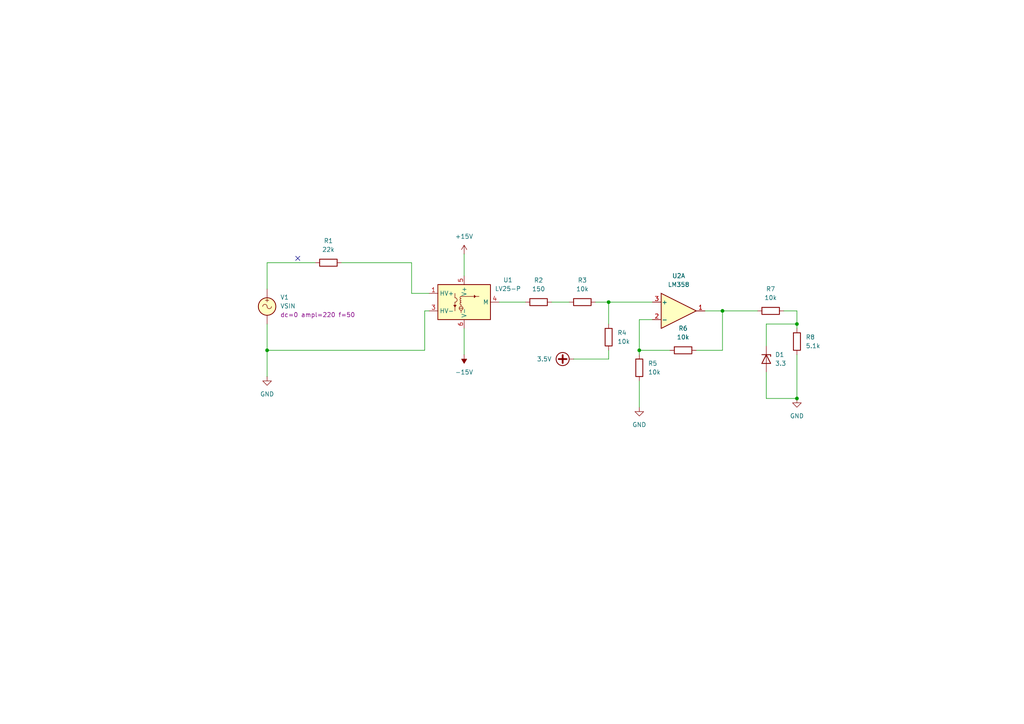
<source format=kicad_sch>
(kicad_sch (version 20250114) (generator "eeschema") (generator_version "9.0")
  (paper "A4")
  (title_block (title "Per-phase Voltage Sensing and Level Shifting") (date "2025-08-22") (company "Nelson Mandela University"))
  (lib_symbols
    (symbol "Amplifier_Operational:LM358" (pin_names (offset 0.127))
      (property "Reference" "U" (at 0 5.08 0))
      (property "Value" "LM358" (at 0 -5.08 0))
      (symbol "LM358_1_1"
        (polyline (pts (xy -5.08 5.08) (xy 5.08 0) (xy -5.08 -5.08) (xy -5.08 5.08)) (stroke (width 0.254)) (fill (type background)))
        (pin input line (at -7.62 2.54 0) (length 2.54) (name "+") (number "3"))
        (pin input line (at -7.62 -2.54 0) (length 2.54) (name "-") (number "2"))
        (pin output line (at 7.62 0 180) (length 2.54) (name "~") (number "1"))
      )
      (symbol "LM358_2_1"
        (polyline (pts (xy -5.08 5.08) (xy 5.08 0) (xy -5.08 -5.08) (xy -5.08 5.08)) (stroke (width 0.254)) (fill (type background)))
        (pin input line (at -7.62 2.54 0) (length 2.54) (name "+") (number "5"))
        (pin input line (at -7.62 -2.54 0) (length 2.54) (name "-") (number "6"))
        (pin output line (at 7.62 0 180) (length 2.54) (name "~") (number "7"))
      )
      (symbol "LM358_3_1"
        (pin power_in line (at -2.54 7.62 270) (length 3.81) (name "V+") (number "8"))
        (pin power_in line (at -2.54 -7.62 90) (length 3.81) (name "V-") (number "4"))
      )
    )
    (symbol "Device:R" (pin_numbers (hide yes)) (pin_names (offset 0))
      (property "Reference" "R" (at 2.032 0 90))
      (property "Value" "R" (at 0 0 90))
      (symbol "R_0_1"
        (rectangle (start -1.016 -2.54) (end 1.016 2.54) (stroke (width 0.254)))
      )
      (symbol "R_1_1"
        (pin passive line (at 0 3.81 270) (length 1.27) (name "~") (number "1"))
        (pin passive line (at 0 -3.81 90) (length 1.27) (name "~") (number "2"))
      )
    )
    (symbol "Diode:PESD5V0S1UL" (pin_numbers (hide yes)) (pin_names (hide yes))
      (property "Reference" "D" (at 0 2.54 0))
      (property "Value" "PESD5V0S1UL" (at 0 -2.54 0))
      (symbol "PESD5V0S1UL_0_1"
        (polyline (pts (xy -1.27 -1.27) (xy -1.27 1.27) (xy -0.762 1.27)) (stroke (width 0.254)))
        (polyline (pts (xy 1.27 0) (xy -1.27 0)))
        (polyline (pts (xy 1.27 -1.27) (xy 1.27 1.27) (xy -1.27 0) (xy 1.27 -1.27)) (stroke (width 0.254)))
      )
      (symbol "PESD5V0S1UL_1_1"
        (pin passive line (at -3.81 0 0) (length 2.54) (name "K") (number "1"))
        (pin passive line (at 3.81 0 180) (length 2.54) (name "A") (number "2"))
      )
    )
    (symbol "Sensor_Voltage:LV25-P"
      (property "Reference" "U" (at -6.35 6.35 0))
      (property "Value" "LV25-P" (at 5.08 6.35 0))
      (symbol "LV25-P_0_1"
        (polyline (pts (xy -2.921 -0.889) (xy -2.286 -0.889) (xy -2.667 -1.397) (xy -3.048 -0.889)) (fill (type outline)))
        (arc (start -2.667 1.27) (mid -2.0347 0.635) (end -2.667 0))
        (polyline (pts (xy -2.667 2.54) (xy -2.667 1.27)))
        (polyline (pts (xy -2.667 0) (xy -2.667 -2.54)))
        (polyline (pts (xy -1.397 -1.778) (xy -0.381 -1.778)))
        (polyline (pts (xy -0.889 1.651) (xy 4.318 1.651)))
        (polyline (pts (xy -0.889 -1.143) (xy -0.889 -0.762)))
        (circle (center -0.889 -1.778) (radius 0.5588))
        (polyline (pts (xy -0.889 -2.413) (xy -0.889 -3.048)))
        (arc (start -0.889 -0.127) (mid -1.1419 0.127) (end -0.889 0.381))
        (arc (start -0.889 1.016) (mid -1.1941 1.3335) (end -0.889 1.651))
        (arc (start -0.889 0.381) (mid -1.1941 0.6985) (end -0.889 1.016))
        (arc (start -0.889 -0.762) (mid -1.1941 -0.4445) (end -0.889 -0.127))
        (polyline (pts (xy 3.302 1.651) (xy 2.921 2.032) (xy 2.921 1.27) (xy 3.302 1.651)) (fill (type outline)))
        (rectangle (start 7.62 -5.08) (end -7.62 5.08) (stroke (width 0.254)) (fill (type background)))
      )
      (symbol "LV25-P_1_1"
        (pin input line (at -10.16 2.54 0) (length 2.54) (name "HV+") (number "1"))
        (pin input line (at -10.16 -2.54 0) (length 2.54) (name "HV-") (number "3"))
        (pin power_in line (at 0 7.62 270) (length 2.54) (name "V+") (number "5"))
        (pin power_in line (at 0 -7.62 90) (length 2.54) (name "V-") (number "6"))
        (pin output line (at 10.16 0 180) (length 2.54) (name "M") (number "4"))
      )
    )
    (symbol "Simulation_SPICE:VSIN" (pin_numbers (hide yes)) (pin_names (offset 0.0254))
      (property "Reference" "V" (at 2.54 2.54 0))
      (property "Value" "VSIN" (at 2.54 0 0))
      (property "Sim.Params" "dc=0 ampl=1 f=1k ac=1" (at 2.54 -2.54 0))
      (symbol "VSIN_0_0"
        (arc (start -1.27 0) (mid -0.635 0.6323) (end 0 0))
        (arc (start 1.27 0) (mid 0.635 -0.6323) (end 0 0))
        (text "+" (at 0 1.905 0) (effects (font (size 1.27 1.27))))
      )
      (symbol "VSIN_0_1"
        (circle (center 0 0) (radius 2.54) (stroke (width 0.254)) (fill (type background)))
      )
      (symbol "VSIN_1_1"
        (pin passive line (at 0 5.08 270) (length 2.54) (name "~") (number "1"))
        (pin passive line (at 0 -5.08 90) (length 2.54) (name "~") (number "2"))
      )
    )
    (symbol "power:+15V" (power) (pin_numbers (hide yes)) (pin_names (offset 0) (hide yes))
      (property "Value" "+15V" (at 0 3.556 0))
      (symbol "+15V_0_1"
        (polyline (pts (xy -0.762 1.27) (xy 0 2.54)))
        (polyline (pts (xy 0 2.54) (xy 0.762 1.27)))
        (polyline (pts (xy 0 0) (xy 0 2.54)))
      )
      (symbol "+15V_1_1"
        (pin power_in line (at 0 0 90) (length 0) (name "~") (number "1"))
      )
    )
    (symbol "power:+VDC" (power) (pin_numbers (hide yes)) (pin_names (offset 0) (hide yes))
      (property "Value" "+VDC" (at 0 6.35 0))
      (symbol "+VDC_0_1"
        (polyline (pts (xy -1.143 3.175) (xy 1.143 3.175)) (stroke (width 0.508)))
        (circle (center 0 3.175) (radius 1.905) (stroke (width 0.254)))
        (polyline (pts (xy 0 2.032) (xy 0 4.318)) (stroke (width 0.508)))
        (polyline (pts (xy 0 0) (xy 0 1.27)))
      )
      (symbol "+VDC_1_1"
        (pin power_in line (at 0 0 90) (length 0) (name "~") (number "1"))
      )
    )
    (symbol "power:-15V" (power) (pin_numbers (hide yes)) (pin_names (offset 0) (hide yes))
      (property "Value" "-15V" (at 0 3.556 0))
      (symbol "-15V_0_0"
        (pin power_in line (at 0 0 90) (length 0) (name "~") (number "1"))
      )
      (symbol "-15V_0_1"
        (polyline (pts (xy 0 0) (xy 0 1.27) (xy 0.762 1.27) (xy 0 2.54) (xy -0.762 1.27) (xy 0 1.27)) (fill (type outline)))
      )
    )
    (symbol "power:GND" (power) (pin_numbers (hide yes)) (pin_names (offset 0) (hide yes))
      (property "Value" "GND" (at 0 -3.81 0))
      (symbol "GND_0_1"
        (polyline (pts (xy 0 0) (xy 0 -1.27) (xy 1.27 -1.27) (xy 0 -2.54) (xy -1.27 -1.27) (xy 0 -1.27)))
      )
      (symbol "GND_1_1"
        (pin power_in line (at 0 0 270) (length 0) (name "~") (number "1"))
      )
    )
  )
  (junction (at 176.53 87.63))
  (junction (at 231.14 115.57))
  (junction (at 185.42 101.6))
  (junction (at 77.47 101.6))
  (junction (at 231.14 93.98))
  (junction (at 209.55 90.17))
  (no_connect (at 86.36 74.93))
  (wire (pts (xy 209.55 101.6) (xy 209.55 90.17)))
  (wire (pts (xy 176.53 93.98) (xy 176.53 87.63)))
  (wire (pts (xy 231.14 102.87) (xy 231.14 115.57)))
  (wire (pts (xy 176.53 101.6) (xy 176.53 104.14)))
  (wire (pts (xy 144.78 87.63) (xy 152.4 87.63)))
  (wire (pts (xy 123.19 101.6) (xy 77.47 101.6)))
  (wire (pts (xy 160.02 87.63) (xy 165.1 87.63)))
  (wire (pts (xy 222.25 93.98) (xy 231.14 93.98)))
  (wire (pts (xy 119.38 85.09) (xy 124.46 85.09)))
  (wire (pts (xy 209.55 90.17) (xy 219.71 90.17)))
  (wire (pts (xy 185.42 92.71) (xy 185.42 101.6)))
  (wire (pts (xy 77.47 93.98) (xy 77.47 101.6)))
  (wire (pts (xy 204.47 90.17) (xy 209.55 90.17)))
  (wire (pts (xy 189.23 92.71) (xy 185.42 92.71)))
  (wire (pts (xy 119.38 76.2) (xy 119.38 85.09)))
  (wire (pts (xy 222.25 107.95) (xy 222.25 115.57)))
  (wire (pts (xy 99.06 76.2) (xy 119.38 76.2)))
  (wire (pts (xy 185.42 102.87) (xy 185.42 101.6)))
  (wire (pts (xy 134.62 73.66) (xy 134.62 80.01)))
  (wire (pts (xy 231.14 95.25) (xy 231.14 93.98)))
  (wire (pts (xy 185.42 110.49) (xy 185.42 118.11)))
  (wire (pts (xy 134.62 95.25) (xy 134.62 102.87)))
  (wire (pts (xy 123.19 90.17) (xy 124.46 90.17)))
  (wire (pts (xy 222.25 115.57) (xy 231.14 115.57)))
  (wire (pts (xy 201.93 101.6) (xy 209.55 101.6)))
  (wire (pts (xy 77.47 76.2) (xy 91.44 76.2)))
  (wire (pts (xy 185.42 101.6) (xy 194.31 101.6)))
  (wire (pts (xy 231.14 93.98) (xy 231.14 90.17)))
  (wire (pts (xy 123.19 101.6) (xy 123.19 90.17)))
  (wire (pts (xy 77.47 83.82) (xy 77.47 76.2)))
  (wire (pts (xy 166.37 104.14) (xy 176.53 104.14)))
  (wire (pts (xy 231.14 90.17) (xy 227.33 90.17)))
  (wire (pts (xy 176.53 87.63) (xy 189.23 87.63)))
  (wire (pts (xy 176.53 87.63) (xy 172.72 87.63)))
  (wire (pts (xy 77.47 101.6) (xy 77.47 109.22)))
  (wire (pts (xy 222.25 100.33) (xy 222.25 93.98)))
  (symbol (lib_id "Diode:PESD5V0S1UL") (at 222.25 104.14 270) (unit 1)
    (property "Reference" "D1" (at 224.79 102.8699 90) (effects (justify left)))
    (property "Value" "3.3" (at 224.79 105.4099 90) (effects (justify left)))
    (property "Footprint" "Diode_SMD:D_SOD-882" (effects (hide yes)))
    (property "Datasheet" "https://assets.nexperia.com/documents/data-sheet/PESD5V0S1UL.pdf" (effects (hide yes)))
    (property "Description" "Unidirectional ESD protection diode, 5V, SOD-882" (effects (hide yes)))
  )
  (symbol (lib_id "Device:R") (at 176.53 97.79 0) (unit 1)
    (property "Reference" "R4" (at 179.07 96.5199 0) (effects (justify left)))
    (property "Value" "10k" (at 179.07 99.0599 0) (effects (justify left)))
    (property "Description" "Resistor" (effects (hide yes)))
  )
  (symbol (lib_id "Device:R") (at 168.91 87.63 90) (unit 1)
    (property "Reference" "R3" (at 168.91 81.28 90))
    (property "Value" "10k" (at 168.91 83.82 90))
    (property "Description" "Resistor" (effects (hide yes)))
  )
  (symbol (lib_id "power:+VDC") (at 166.37 104.14 90) (unit 1)
    (property "Reference" "#PWR05" (effects (hide yes)))
    (property "Value" "3.5V" (at 160.02 104.1399 90) (effects (justify left)))
    (property "Description" "Power symbol creates a global label with name \"+VDC\"" (effects (hide yes)))
  )
  (symbol (lib_id "Device:R") (at 95.25 76.2 90) (unit 1)
    (property "Reference" "R1" (at 95.25 69.85 90))
    (property "Value" "22k" (at 95.25 72.39 90))
    (property "Description" "Resistor" (effects (hide yes)))
  )
  (symbol (lib_id "Device:R") (at 223.52 90.17 90) (unit 1)
    (property "Reference" "R7" (at 223.52 83.82 90))
    (property "Value" "10k" (at 223.52 86.36 90))
    (property "Description" "Resistor" (effects (hide yes)))
  )
  (symbol (lib_id "Sensor_Voltage:LV25-P") (at 134.62 87.63 0) (unit 1)
    (property "Reference" "U1" (at 147.32 81.2098 0))
    (property "Value" "LV25-P" (at 147.32 83.7498 0))
    (property "Footprint" "Sensor_Voltage:LEM_LV25-P" (effects (hide yes)))
    (property "Datasheet" "https://www.lem.com/sites/default/files/products_datasheets/lv_25-p.pdf" (effects (hide yes)))
    (property "Description" "LEM Voltage transducer LV 25-P" (effects (hide yes)))
  )
  (symbol (lib_id "Device:R") (at 231.14 99.06 180) (unit 1)
    (property "Reference" "R8" (at 233.68 97.7899 0) (effects (justify right)))
    (property "Value" "5.1k" (at 233.68 100.3299 0) (effects (justify right)))
    (property "Description" "Resistor" (effects (hide yes)))
  )
  (symbol (lib_id "power:GND") (at 185.42 118.11 0) (unit 1)
    (property "Reference" "#PWR04" (effects (hide yes)))
    (property "Value" "GND" (at 185.42 123.19 0))
    (property "Description" "Power symbol creates a global label with name \"GND\" , ground" (effects (hide yes)))
  )
  (symbol (lib_id "Device:R") (at 198.12 101.6 90) (unit 1)
    (property "Reference" "R6" (at 198.12 95.25 90))
    (property "Value" "10k" (at 198.12 97.79 90))
    (property "Description" "Resistor" (effects (hide yes)))
  )
  (symbol (lib_id "power:GND") (at 77.47 109.22 0) (unit 1)
    (property "Reference" "#PWR01" (effects (hide yes)))
    (property "Value" "GND" (at 77.47 114.3 0))
    (property "Description" "Power symbol creates a global label with name \"GND\" , ground" (effects (hide yes)))
  )
  (symbol (lib_id "Amplifier_Operational:LM358") (at 196.85 90.17 0) (unit 1)
    (property "Reference" "U2" (at 196.85 80.01 0))
    (property "Value" "LM358" (at 196.85 82.55 0))
    (property "Datasheet" "http://www.ti.com/lit/ds/symlink/lm2904-n.pdf" (effects (hide yes)))
    (property "Description" "Low-Power, Dual Operational Amplifiers, DIP-8/SOIC-8/TO-99-8" (effects (hide yes)))
  )
  (symbol (lib_id "power:-15V") (at 134.62 102.87 180) (unit 1)
    (property "Reference" "#PWR03" (effects (hide yes)))
    (property "Value" "-15V" (at 134.62 107.95 0))
    (property "Description" "Power symbol creates a global label with name \"-15V\"" (effects (hide yes)))
  )
  (symbol (lib_id "power:+15V") (at 134.62 73.66 0) (unit 1)
    (property "Reference" "#PWR02" (effects (hide yes)))
    (property "Value" "+15V" (at 134.62 68.58 0))
    (property "Description" "Power symbol creates a global label with name \"+15V\"" (effects (hide yes)))
  )
  (symbol (lib_id "Simulation_SPICE:VSIN") (at 77.47 88.9 0) (unit 1)
    (property "Reference" "V1" (at 81.28 86.2301 0) (effects (justify left)))
    (property "Value" "VSIN" (at 81.28 88.7701 0) (effects (justify left)))
    (property "Datasheet" "https://ngspice.sourceforge.io/docs/ngspice-html-manual/manual.xhtml#sec_Independent_Sources_for" (effects (hide yes)))
    (property "Description" "Voltage source, sinusoidal" (effects (hide yes)))
    (property "Sim.Pins" "1=+ 2=-" (effects (hide yes)))
    (property "Sim.Params" "dc=0 ampl=220 f=50" (at 81.28 91.3101 0) (effects (justify left)))
    (property "Sim.Type" "SIN" (effects (hide yes)))
    (property "Sim.Device" "V" (effects (hide yes)))
  )
  (symbol (lib_id "Device:R") (at 185.42 106.68 0) (unit 1)
    (property "Reference" "R5" (at 187.96 105.4099 0) (effects (justify left)))
    (property "Value" "10k" (at 187.96 107.9499 0) (effects (justify left)))
    (property "Description" "Resistor" (effects (hide yes)))
  )
  (symbol (lib_id "power:GND") (at 231.14 115.57 0) (unit 1)
    (property "Reference" "#PWR06" (effects (hide yes)))
    (property "Value" "GND" (at 231.14 120.65 0))
    (property "Description" "Power symbol creates a global label with name \"GND\" , ground" (effects (hide yes)))
  )
  (symbol (lib_id "Device:R") (at 156.21 87.63 90) (unit 1)
    (property "Reference" "R2" (at 156.21 81.28 90))
    (property "Value" "150" (at 156.21 83.82 90))
    (property "Description" "Resistor" (effects (hide yes)))
  )
)
</source>
